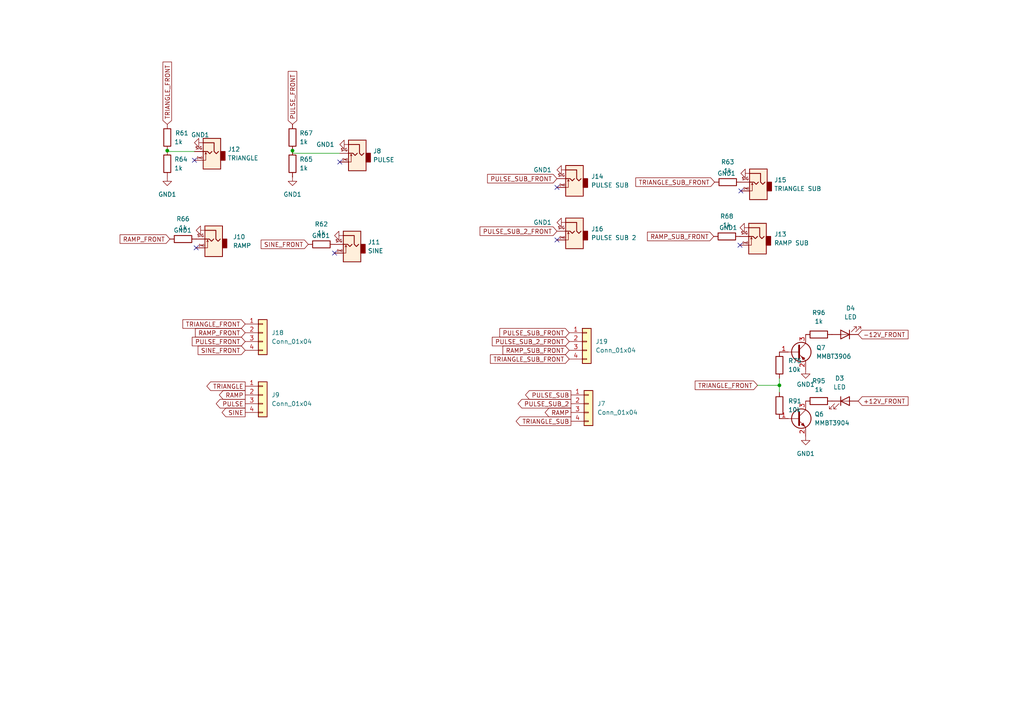
<source format=kicad_sch>
(kicad_sch (version 20250114) (generator "eeschema") (generator_version "9.0")
  (paper "A4")
  (lib_symbols
    (symbol "Connector_Generic:Conn_01x04" (pin_names (offset 1.016) (hide yes))
      (property "Reference" "J" (at 0 5.08 0))
      (property "Value" "Conn_01x04" (at 0 -7.62 0))
      (symbol "Conn_01x04_1_1"
        (rectangle (start -1.27 3.81) (end 1.27 -6.35) (stroke (width 0.254)) (fill (type background)))
        (rectangle (start -1.27 2.667) (end 0 2.413) (stroke (width 0.1524)))
        (rectangle (start -1.27 0.127) (end 0 -0.127) (stroke (width 0.1524)))
        (rectangle (start -1.27 -2.413) (end 0 -2.667) (stroke (width 0.1524)))
        (rectangle (start -1.27 -4.953) (end 0 -5.207) (stroke (width 0.1524)))
        (pin passive line (at -5.08 2.54 0) (length 3.81) (name "Pin_1") (number "1"))
        (pin passive line (at -5.08 0 0) (length 3.81) (name "Pin_2") (number "2"))
        (pin passive line (at -5.08 -2.54 0) (length 3.81) (name "Pin_3") (number "3"))
        (pin passive line (at -5.08 -5.08 0) (length 3.81) (name "Pin_4") (number "4"))
      )
    )
    (symbol "Device:LED" (pin_numbers (hide yes)) (pin_names (offset 1.016) (hide yes))
      (property "Reference" "D" (at 0 2.54 0))
      (property "Value" "LED" (at 0 -2.54 0))
      (symbol "LED_0_1"
        (polyline (pts (xy -3.048 -0.762) (xy -4.572 -2.286) (xy -3.81 -2.286) (xy -4.572 -2.286) (xy -4.572 -1.524)))
        (polyline (pts (xy -1.778 -0.762) (xy -3.302 -2.286) (xy -2.54 -2.286) (xy -3.302 -2.286) (xy -3.302 -1.524)))
        (polyline (pts (xy -1.27 0) (xy 1.27 0)))
        (polyline (pts (xy -1.27 -1.27) (xy -1.27 1.27)) (stroke (width 0.254)))
        (polyline (pts (xy 1.27 -1.27) (xy 1.27 1.27) (xy -1.27 0) (xy 1.27 -1.27)) (stroke (width 0.254)))
      )
      (symbol "LED_1_1"
        (pin passive line (at -3.81 0 0) (length 2.54) (name "K") (number "1"))
        (pin passive line (at 3.81 0 180) (length 2.54) (name "A") (number "2"))
      )
    )
    (symbol "Device:R" (pin_numbers (hide yes)) (pin_names (offset 0))
      (property "Reference" "R" (at 2.032 0 90))
      (property "Value" "R" (at 0 0 90))
      (symbol "R_0_1"
        (rectangle (start -1.016 -2.54) (end 1.016 2.54) (stroke (width 0.254)))
      )
      (symbol "R_1_1"
        (pin passive line (at 0 3.81 270) (length 1.27) (name "~") (number "1"))
        (pin passive line (at 0 -3.81 90) (length 1.27) (name "~") (number "2"))
      )
    )
    (symbol "EuroRackTools:Thonkiconn" (pin_numbers (hide yes)) (in_bom no)
      (property "Reference" "J" (at -1.524 3.048 0))
      (property "Value" "Thonkiconn" (at -0.254 -6.35 0))
      (symbol "Thonkiconn_0_0"
        (text "(no)" (at 3.302 1.778 0) (effects (font (size 0.5 0.5))))
        (text "SIG" (at 3.556 -1.016 0) (effects (font (size 0.8 0.8))))
      )
      (symbol "Thonkiconn_0_1"
        (rectangle (start -4.064 2.54) (end -2.794 0) (stroke (width 0.254)) (fill (type outline)))
        (polyline (pts (xy -0.254 0) (xy 0.381 0.635) (xy 1.016 0) (xy 2.286 0)) (stroke (width 0.254)))
        (polyline (pts (xy 1.524 0.254) (xy 1.778 0.762)))
        (polyline (pts (xy 2.286 2.54) (xy 1.524 2.54) (xy 1.524 0.254) (xy 1.27 0.762)))
        (polyline (pts (xy 2.286 -2.54) (xy -0.889 -2.54) (xy -0.889 0) (xy -1.524 0.635) (xy -2.159 0)) (stroke (width 0.254)))
      )
      (symbol "Thonkiconn_1_1"
        (rectangle (start -2.794 5.08) (end 2.286 -3.81) (stroke (width 0.254)) (fill (type color) (color 255 239 219 1)))
        (pin power_in line (at 2.286 -2.54 180) (length 2.54) (hide yes) (name "GND") (number "S"))
        (pin passive line (at 4.826 2.54 180) (length 2.54) (name "~") (number "TN"))
        (pin passive line (at 4.826 0 180) (length 2.54) (name "~") (number "T"))
      )
    )
    (symbol "Transistor_BJT:MMBT3904" (pin_names (offset 0) (hide yes))
      (property "Reference" "Q" (at 5.08 1.905 0))
      (property "Value" "MMBT3904" (at 5.08 0 0))
      (symbol "MMBT3904_0_1"
        (polyline (pts (xy -2.54 0) (xy 0.635 0)))
        (polyline (pts (xy 0.635 1.905) (xy 0.635 -1.905)) (stroke (width 0.508)))
        (circle (center 1.27 0) (radius 2.8194) (stroke (width 0.254)))
      )
      (symbol "MMBT3904_1_1"
        (polyline (pts (xy 0.635 0.635) (xy 2.54 2.54)))
        (polyline (pts (xy 0.635 -0.635) (xy 2.54 -2.54)))
        (polyline (pts (xy 1.27 -1.778) (xy 1.778 -1.27) (xy 2.286 -2.286) (xy 1.27 -1.778)) (fill (type outline)))
        (pin input line (at -5.08 0 0) (length 2.54) (name "B") (number "1"))
        (pin passive line (at 2.54 5.08 270) (length 2.54) (name "C") (number "3"))
        (pin passive line (at 2.54 -5.08 90) (length 2.54) (name "E") (number "2"))
      )
    )
    (symbol "Transistor_BJT:MMBT3906" (pin_names (offset 0) (hide yes))
      (property "Reference" "Q" (at 5.08 1.905 0))
      (property "Value" "MMBT3906" (at 5.08 0 0))
      (symbol "MMBT3906_0_1"
        (polyline (pts (xy -2.54 0) (xy 0.635 0)))
        (polyline (pts (xy 0.635 1.905) (xy 0.635 -1.905)) (stroke (width 0.508)))
        (polyline (pts (xy 0.635 0.635) (xy 2.54 2.54)))
        (polyline (pts (xy 0.635 -0.635) (xy 2.54 -2.54)))
        (circle (center 1.27 0) (radius 2.8194) (stroke (width 0.254)))
        (polyline (pts (xy 2.286 -1.778) (xy 1.778 -2.286) (xy 1.27 -1.27) (xy 2.286 -1.778)) (fill (type outline)))
      )
      (symbol "MMBT3906_1_1"
        (pin input line (at -5.08 0 0) (length 2.54) (name "B") (number "1"))
        (pin passive line (at 2.54 5.08 270) (length 2.54) (name "C") (number "3"))
        (pin passive line (at 2.54 -5.08 90) (length 2.54) (name "E") (number "2"))
      )
    )
    (symbol "power:GND1" (power) (pin_numbers (hide yes)) (pin_names (offset 0) (hide yes))
      (property "Value" "GND1" (at 0 -3.81 0))
      (symbol "GND1_0_1"
        (polyline (pts (xy 0 0) (xy 0 -1.27) (xy 1.27 -1.27) (xy 0 -2.54) (xy -1.27 -1.27) (xy 0 -1.27)))
      )
      (symbol "GND1_1_1"
        (pin power_in line (at 0 0 270) (length 0) (name "~") (number "1"))
      )
    )
  )
  (junction (at 226.06 111.76))
  (junction (at 84.836 43.688))
  (junction (at 48.514 43.688))
  (no_connect (at 214.884 55.372))
  (no_connect (at 98.552 46.99))
  (no_connect (at 161.544 54.356))
  (no_connect (at 56.388 46.482))
  (no_connect (at 214.63 71.12))
  (no_connect (at 161.544 69.596))
  (no_connect (at 56.896 71.882))
  (no_connect (at 97.028 73.406))
  (wire (pts (xy 226.06 109.728) (xy 226.06 111.76)))
  (wire (pts (xy 98.552 44.45) (xy 84.836 44.45)))
  (wire (pts (xy 56.388 43.942) (xy 48.514 43.942)))
  (wire (pts (xy 226.06 111.76) (xy 226.06 113.792)))
  (wire (pts (xy 48.514 43.942) (xy 48.514 43.688)))
  (wire (pts (xy 219.71 111.76) (xy 226.06 111.76)))
  (wire (pts (xy 84.836 43.688) (xy 84.836 44.45)))
  (global_label "SINE" (shape output) (at 71.12 119.634 180) (property "Intersheetrefs" "${INTERSHEET_REFS}" (effects (hide yes))))
  (global_label "PULSE_SUB_2_FRONT" (shape input) (at 161.544 67.056 180) (property "Intersheetrefs" "${INTERSHEET_REFS}" (effects (hide yes))))
  (global_label "PULSE" (shape output) (at 71.12 117.094 180) (property "Intersheetrefs" "${INTERSHEET_REFS}" (effects (hide yes))))
  (global_label "TRIANGLE_SUB" (shape output) (at 165.608 122.174 180) (property "Intersheetrefs" "${INTERSHEET_REFS}" (effects (hide yes))))
  (global_label "PULSE_SUB" (shape output) (at 165.608 114.554 180) (property "Intersheetrefs" "${INTERSHEET_REFS}" (effects (hide yes))))
  (global_label "TRIANGLE_SUB_FRONT" (shape input) (at 207.264 52.832 180) (property "Intersheetrefs" "${INTERSHEET_REFS}" (effects (hide yes))))
  (global_label "TRIANGLE_FRONT" (shape input) (at 48.514 36.068 90) (property "Intersheetrefs" "${INTERSHEET_REFS}" (effects (hide yes))))
  (global_label "RAMP_SUB_FRONT" (shape input) (at 207.01 68.58 180) (property "Intersheetrefs" "${INTERSHEET_REFS}" (effects (hide yes))))
  (global_label "TRIANGLE_FRONT" (shape input) (at 219.71 111.76 180) (property "Intersheetrefs" "${INTERSHEET_REFS}" (effects (hide yes))))
  (global_label "PULSE_SUB_FRONT" (shape input) (at 161.544 51.816 180) (property "Intersheetrefs" "${INTERSHEET_REFS}" (effects (hide yes))))
  (global_label "-12V_FRONT" (shape input) (at 248.92 97.028 0) (property "Intersheetrefs" "${INTERSHEET_REFS}" (effects (hide yes))))
  (global_label "TRIANGLE" (shape output) (at 71.12 112.014 180) (property "Intersheetrefs" "${INTERSHEET_REFS}" (effects (hide yes))))
  (global_label "PULSE_SUB_2_FRONT" (shape input) (at 165.1 99.06 180) (property "Intersheetrefs" "${INTERSHEET_REFS}" (effects (hide yes))))
  (global_label "RAMP_FRONT" (shape input) (at 49.276 69.342 180) (property "Intersheetrefs" "${INTERSHEET_REFS}" (effects (hide yes))))
  (global_label "RAMP_SUB_FRONT" (shape input) (at 165.1 101.6 180) (property "Intersheetrefs" "${INTERSHEET_REFS}" (effects (hide yes))))
  (global_label "SINE_FRONT" (shape input) (at 89.408 70.866 180) (property "Intersheetrefs" "${INTERSHEET_REFS}" (effects (hide yes))))
  (global_label "RAMP" (shape output) (at 71.12 114.554 180) (property "Intersheetrefs" "${INTERSHEET_REFS}" (effects (hide yes))))
  (global_label "PULSE_FRONT" (shape input) (at 84.836 36.068 90) (property "Intersheetrefs" "${INTERSHEET_REFS}" (effects (hide yes))))
  (global_label "SINE_FRONT" (shape input) (at 71.12 101.6 180) (property "Intersheetrefs" "${INTERSHEET_REFS}" (effects (hide yes))))
  (global_label "TRIANGLE_SUB_FRONT" (shape input) (at 165.1 104.14 180) (property "Intersheetrefs" "${INTERSHEET_REFS}" (effects (hide yes))))
  (global_label "PULSE_FRONT" (shape input) (at 71.12 99.06 180) (property "Intersheetrefs" "${INTERSHEET_REFS}" (effects (hide yes))))
  (global_label "TRIANGLE_FRONT" (shape input) (at 71.12 93.98 180) (property "Intersheetrefs" "${INTERSHEET_REFS}" (effects (hide yes))))
  (global_label "RAMP_FRONT" (shape input) (at 71.12 96.52 180) (property "Intersheetrefs" "${INTERSHEET_REFS}" (effects (hide yes))))
  (global_label "PULSE_SUB_FRONT" (shape input) (at 165.1 96.52 180) (property "Intersheetrefs" "${INTERSHEET_REFS}" (effects (hide yes))))
  (global_label "+12V_FRONT" (shape input) (at 248.92 116.332 0) (property "Intersheetrefs" "${INTERSHEET_REFS}" (effects (hide yes))))
  (global_label "PULSE_SUB_2" (shape output) (at 165.608 117.094 180) (property "Intersheetrefs" "${INTERSHEET_REFS}" (effects (hide yes))))
  (global_label "RAMP" (shape output) (at 165.608 119.634 180) (property "Intersheetrefs" "${INTERSHEET_REFS}" (effects (hide yes))))
  (symbol (lib_id "Device:R") (at 211.074 52.832 90) (unit 1)
    (property "Reference" "R63" (at 211.074 46.99 90))
    (property "Value" "1k" (at 211.074 49.53 90))
    (property "Footprint" "Resistor_SMD:R_0603_1608Metric_Pad0.98x0.95mm_HandSolder" (effects (hide yes)))
    (property "Description" "Resistor" (effects (hide yes)))
  )
  (symbol (lib_id "power:GND1") (at 58.928 41.402 270) (unit 1)
    (property "Reference" "#PWR014" (effects (hide yes)))
    (property "Value" "GND1" (at 60.706 39.116 90) (effects (justify right)))
    (property "Description" "Power symbol creates a global label with name \"GND1\" , ground" (effects (hide yes)))
  )
  (symbol (lib_id "power:GND1") (at 233.68 126.492 0) (unit 1)
    (property "Reference" "#PWR097" (effects (hide yes)))
    (property "Value" "GND1" (at 233.68 131.572 0))
    (property "Description" "Power symbol creates a global label with name \"GND1\" , ground" (effects (hide yes)))
  )
  (symbol (lib_id "power:GND1") (at 99.568 68.326 270) (unit 1)
    (property "Reference" "#PWR024" (effects (hide yes)))
    (property "Value" "GND1" (at 95.758 68.3259 90) (effects (justify right)))
    (property "Description" "Power symbol creates a global label with name \"GND1\" , ground" (effects (hide yes)))
  )
  (symbol (lib_id "EuroRackTools:Thonkiconn") (at 219.456 68.58 180) (unit 1) (in_bom no)
    (property "Reference" "J13" (at 224.536 67.9449 0) (effects (justify right)))
    (property "Value" "RAMP SUB" (at 224.536 70.4849 0) (effects (justify right)))
    (property "Footprint" "Eurorack:Jack_3.5mm_QingPu_WQP-PJ398SM_Vertical_CircularHoles" (effects (hide yes)))
    (property "Description" "Audio Jack, 2 Poles (Mono / TS), Switched T Pole (Normalling)" (effects (hide yes)))
  )
  (symbol (lib_id "EuroRackTools:Thonkiconn") (at 219.71 52.832 180) (unit 1) (in_bom no)
    (property "Reference" "J15" (at 224.536 52.1969 0) (effects (justify right)))
    (property "Value" "TRIANGLE SUB" (at 224.536 54.7369 0) (effects (justify right)))
    (property "Footprint" "Eurorack:Jack_3.5mm_QingPu_WQP-PJ398SM_Vertical_CircularHoles" (effects (hide yes)))
    (property "Description" "Audio Jack, 2 Poles (Mono / TS), Switched T Pole (Normalling)" (effects (hide yes)))
  )
  (symbol (lib_id "Transistor_BJT:MMBT3906") (at 231.14 102.108 0) (unit 1)
    (property "Reference" "Q7" (at 236.728 100.8379 0) (effects (justify left)))
    (property "Value" "MMBT3906" (at 236.728 103.3779 0) (effects (justify left)))
    (property "Footprint" "Package_TO_SOT_SMD:SOT-23" (effects (hide yes)))
    (property "Datasheet" "https://www.onsemi.com/pdf/datasheet/pzt3906-d.pdf" (effects (hide yes)))
    (property "Description" "-0.2A Ic, -40V Vce, Small Signal PNP Transistor, SOT-23" (effects (hide yes)))
  )
  (symbol (lib_id "Device:R") (at 93.218 70.866 90) (unit 1)
    (property "Reference" "R62" (at 93.218 65.024 90))
    (property "Value" "1k" (at 93.218 67.564 90))
    (property "Footprint" "Resistor_SMD:R_0603_1608Metric_Pad0.98x0.95mm_HandSolder" (effects (hide yes)))
    (property "Description" "Resistor" (effects (hide yes)))
  )
  (symbol (lib_id "power:GND1") (at 59.436 66.802 270) (unit 1)
    (property "Reference" "#PWR023" (effects (hide yes)))
    (property "Value" "GND1" (at 55.626 66.8019 90) (effects (justify right)))
    (property "Description" "Power symbol creates a global label with name \"GND1\" , ground" (effects (hide yes)))
  )
  (symbol (lib_id "Connector_Generic:Conn_01x04") (at 76.2 96.52 0) (unit 1)
    (property "Reference" "J18" (at 78.74 96.5199 0) (effects (justify left)))
    (property "Value" "Conn_01x04" (at 78.74 99.0599 0) (effects (justify left)))
    (property "Footprint" "Connector_PinHeader_2.54mm:PinHeader_1x04_P2.54mm_Vertical" (effects (hide yes)))
    (property "Description" "Generic connector, single row, 01x04, script generated (kicad-library-utils/schlib/autogen/connector/)" (effects (hide yes)))
  )
  (symbol (lib_id "power:GND1") (at 84.836 51.308 0) (unit 1)
    (property "Reference" "#PWR021" (effects (hide yes)))
    (property "Value" "GND1" (at 84.836 56.388 0))
    (property "Description" "Power symbol creates a global label with name \"GND1\" , ground" (effects (hide yes)))
  )
  (symbol (lib_id "Device:R") (at 210.82 68.58 90) (unit 1)
    (property "Reference" "R68" (at 210.82 62.738 90))
    (property "Value" "1k" (at 210.82 65.278 90))
    (property "Footprint" "Resistor_SMD:R_0603_1608Metric_Pad0.98x0.95mm_HandSolder" (effects (hide yes)))
    (property "Description" "Resistor" (effects (hide yes)))
  )
  (symbol (lib_id "EuroRackTools:Thonkiconn") (at 61.214 43.942 180) (unit 1) (in_bom no)
    (property "Reference" "J12" (at 66.04 43.3069 0) (effects (justify right)))
    (property "Value" "TRIANGLE" (at 66.04 45.8469 0) (effects (justify right)))
    (property "Footprint" "Eurorack:Jack_3.5mm_QingPu_WQP-PJ398SM_Vertical_CircularHoles" (effects (hide yes)))
    (property "Description" "Audio Jack, 2 Poles (Mono / TS), Switched T Pole (Normalling)" (effects (hide yes)))
  )
  (symbol (lib_id "Device:R") (at 48.514 39.878 180) (unit 1)
    (property "Reference" "R61" (at 50.8 38.608 0) (effects (justify right)))
    (property "Value" "1k" (at 50.546 41.1479 0) (effects (justify right)))
    (property "Footprint" "Resistor_SMD:R_0603_1608Metric_Pad0.98x0.95mm_HandSolder" (effects (hide yes)))
    (property "Description" "Resistor" (effects (hide yes)))
  )
  (symbol (lib_id "EuroRackTools:Thonkiconn") (at 103.378 44.45 180) (unit 1) (in_bom no)
    (property "Reference" "J8" (at 108.204 43.8149 0) (effects (justify right)))
    (property "Value" "PULSE" (at 108.204 46.3549 0) (effects (justify right)))
    (property "Footprint" "Eurorack:Jack_3.5mm_QingPu_WQP-PJ398SM_Vertical_CircularHoles" (effects (hide yes)))
    (property "Description" "Audio Jack, 2 Poles (Mono / TS), Switched T Pole (Normalling)" (effects (hide yes)))
  )
  (symbol (lib_id "Device:R") (at 48.514 47.498 180) (unit 1)
    (property "Reference" "R64" (at 50.546 46.2279 0) (effects (justify right)))
    (property "Value" "1k" (at 50.546 48.7679 0) (effects (justify right)))
    (property "Footprint" "Resistor_SMD:R_0603_1608Metric_Pad0.98x0.95mm_HandSolder" (effects (hide yes)))
    (property "Description" "Resistor" (effects (hide yes)))
  )
  (symbol (lib_id "power:GND1") (at 233.68 107.188 0) (unit 1)
    (property "Reference" "#PWR096" (effects (hide yes)))
    (property "Value" "GND1" (at 233.68 111.506 0))
    (property "Description" "Power symbol creates a global label with name \"GND1\" , ground" (effects (hide yes)))
  )
  (symbol (lib_id "Device:LED") (at 245.11 116.332 0) (unit 1)
    (property "Reference" "D3" (at 243.5225 109.728 0))
    (property "Value" "LED" (at 243.5225 112.268 0))
    (property "Footprint" "Eurorack:LED_D3.0mm" (effects (hide yes)))
    (property "Description" "Light emitting diode" (effects (hide yes)))
    (property "Sim.Pins" "1=K 2=A" (effects (hide yes)))
  )
  (symbol (lib_id "Transistor_BJT:MMBT3904") (at 231.14 121.412 0) (unit 1)
    (property "Reference" "Q6" (at 236.22 120.1419 0) (effects (justify left)))
    (property "Value" "MMBT3904" (at 236.22 122.6819 0) (effects (justify left)))
    (property "Footprint" "Package_TO_SOT_SMD:SOT-23" (effects (hide yes)))
    (property "Datasheet" "https://www.onsemi.com/pdf/datasheet/pzt3904-d.pdf" (effects (hide yes)))
    (property "Description" "0.2A Ic, 40V Vce, Small Signal NPN Transistor, SOT-23" (effects (hide yes)))
  )
  (symbol (lib_id "Device:R") (at 226.06 117.602 180) (unit 1)
    (property "Reference" "R91" (at 228.6 116.3319 0) (effects (justify right)))
    (property "Value" "10k" (at 228.6 118.8719 0) (effects (justify right)))
    (property "Footprint" "Resistor_SMD:R_0603_1608Metric_Pad0.98x0.95mm_HandSolder" (effects (hide yes)))
    (property "Description" "Resistor" (effects (hide yes)))
  )
  (symbol (lib_id "EuroRackTools:Thonkiconn") (at 101.854 70.866 180) (unit 1) (in_bom no)
    (property "Reference" "J11" (at 106.68 70.2309 0) (effects (justify right)))
    (property "Value" "SINE" (at 106.68 72.7709 0) (effects (justify right)))
    (property "Footprint" "Eurorack:Jack_3.5mm_QingPu_WQP-PJ398SM_Vertical_CircularHoles" (effects (hide yes)))
    (property "Description" "Audio Jack, 2 Poles (Mono / TS), Switched T Pole (Normalling)" (effects (hide yes)))
  )
  (symbol (lib_id "Device:R") (at 237.49 97.028 270) (unit 1)
    (property "Reference" "R96" (at 237.49 90.678 90))
    (property "Value" "1k" (at 237.49 93.218 90))
    (property "Footprint" "Resistor_SMD:R_0603_1608Metric_Pad0.98x0.95mm_HandSolder" (effects (hide yes)))
    (property "Description" "Resistor" (effects (hide yes)))
  )
  (symbol (lib_id "power:GND1") (at 164.084 64.516 270) (unit 1)
    (property "Reference" "#PWR026" (effects (hide yes)))
    (property "Value" "GND1" (at 160.02 64.5159 90) (effects (justify right)))
    (property "Description" "Power symbol creates a global label with name \"GND1\" , ground" (effects (hide yes)))
  )
  (symbol (lib_id "EuroRackTools:Thonkiconn") (at 61.722 69.342 180) (unit 1) (in_bom no)
    (property "Reference" "J10" (at 67.564 68.7069 0) (effects (justify right)))
    (property "Value" "RAMP" (at 67.564 71.2469 0) (effects (justify right)))
    (property "Footprint" "Eurorack:Jack_3.5mm_QingPu_WQP-PJ398SM_Vertical_CircularHoles" (effects (hide yes)))
    (property "Description" "Audio Jack, 2 Poles (Mono / TS), Switched T Pole (Normalling)" (effects (hide yes)))
  )
  (symbol (lib_id "Connector_Generic:Conn_01x04") (at 170.688 117.094 0) (unit 1)
    (property "Reference" "J7" (at 173.228 117.0939 0) (effects (justify left)))
    (property "Value" "Conn_01x04" (at 173.228 119.6339 0) (effects (justify left)))
    (property "Footprint" "Connector_PinSocket_2.54mm:PinSocket_1x04_P2.54mm_Vertical" (effects (hide yes)))
    (property "Description" "Generic connector, single row, 01x04, script generated (kicad-library-utils/schlib/autogen/connector/)" (effects (hide yes)))
  )
  (symbol (lib_id "power:GND1") (at 217.17 66.04 270) (unit 1)
    (property "Reference" "#PWR027" (effects (hide yes)))
    (property "Value" "GND1" (at 213.868 66.0399 90) (effects (justify right)))
    (property "Description" "Power symbol creates a global label with name \"GND1\" , ground" (effects (hide yes)))
  )
  (symbol (lib_id "power:GND1") (at 164.084 49.276 270) (unit 1)
    (property "Reference" "#PWR025" (effects (hide yes)))
    (property "Value" "GND1" (at 160.02 49.2759 90) (effects (justify right)))
    (property "Description" "Power symbol creates a global label with name \"GND1\" , ground" (effects (hide yes)))
  )
  (symbol (lib_id "Connector_Generic:Conn_01x04") (at 76.2 114.554 0) (unit 1)
    (property "Reference" "J9" (at 78.74 114.5539 0) (effects (justify left)))
    (property "Value" "Conn_01x04" (at 78.74 117.0939 0) (effects (justify left)))
    (property "Footprint" "Connector_PinSocket_2.54mm:PinSocket_1x04_P2.54mm_Vertical" (effects (hide yes)))
    (property "Description" "Generic connector, single row, 01x04, script generated (kicad-library-utils/schlib/autogen/connector/)" (effects (hide yes)))
  )
  (symbol (lib_id "Device:LED") (at 245.11 97.028 180) (unit 1)
    (property "Reference" "D4" (at 246.6975 89.408 0))
    (property "Value" "LED" (at 246.6975 91.948 0))
    (property "Footprint" "Eurorack:LED_D3.0mm" (effects (hide yes)))
    (property "Description" "Light emitting diode" (effects (hide yes)))
    (property "Sim.Pins" "1=K 2=A" (effects (hide yes)))
  )
  (symbol (lib_id "Connector_Generic:Conn_01x04") (at 170.18 99.06 0) (unit 1)
    (property "Reference" "J19" (at 172.72 99.0599 0) (effects (justify left)))
    (property "Value" "Conn_01x04" (at 172.72 101.5999 0) (effects (justify left)))
    (property "Footprint" "Connector_PinHeader_2.54mm:PinHeader_1x04_P2.54mm_Vertical" (effects (hide yes)))
    (property "Description" "Generic connector, single row, 01x04, script generated (kicad-library-utils/schlib/autogen/connector/)" (effects (hide yes)))
  )
  (symbol (lib_id "power:GND1") (at 48.514 51.308 0) (unit 1)
    (property "Reference" "#PWR09" (effects (hide yes)))
    (property "Value" "GND1" (at 48.514 56.388 0))
    (property "Description" "Power symbol creates a global label with name \"GND1\" , ground" (effects (hide yes)))
  )
  (symbol (lib_id "Device:R") (at 84.836 47.498 180) (unit 1)
    (property "Reference" "R65" (at 86.868 46.2279 0) (effects (justify right)))
    (property "Value" "1k" (at 86.868 48.7679 0) (effects (justify right)))
    (property "Footprint" "Resistor_SMD:R_0603_1608Metric_Pad0.98x0.95mm_HandSolder" (effects (hide yes)))
    (property "Description" "Resistor" (effects (hide yes)))
  )
  (symbol (lib_id "Device:R") (at 84.836 39.878 180) (unit 1)
    (property "Reference" "R67" (at 86.868 38.6079 0) (effects (justify right)))
    (property "Value" "1k" (at 86.868 41.1479 0) (effects (justify right)))
    (property "Footprint" "Resistor_SMD:R_0603_1608Metric_Pad0.98x0.95mm_HandSolder" (effects (hide yes)))
    (property "Description" "Resistor" (effects (hide yes)))
  )
  (symbol (lib_id "power:GND1") (at 217.424 50.292 270) (unit 1)
    (property "Reference" "#PWR028" (effects (hide yes)))
    (property "Value" "GND1" (at 213.36 50.2919 90) (effects (justify right)))
    (property "Description" "Power symbol creates a global label with name \"GND1\" , ground" (effects (hide yes)))
  )
  (symbol (lib_id "power:GND1") (at 101.092 41.91 270) (unit 1)
    (property "Reference" "#PWR022" (effects (hide yes)))
    (property "Value" "GND1" (at 97.028 41.9099 90) (effects (justify right)))
    (property "Description" "Power symbol creates a global label with name \"GND1\" , ground" (effects (hide yes)))
  )
  (symbol (lib_id "Device:R") (at 226.06 105.918 180) (unit 1)
    (property "Reference" "R75" (at 228.6 104.6479 0) (effects (justify right)))
    (property "Value" "10k" (at 228.6 107.1879 0) (effects (justify right)))
    (property "Footprint" "Resistor_SMD:R_0603_1608Metric_Pad0.98x0.95mm_HandSolder" (effects (hide yes)))
    (property "Description" "Resistor" (effects (hide yes)))
  )
  (symbol (lib_id "EuroRackTools:Thonkiconn") (at 166.37 67.056 180) (unit 1) (in_bom no)
    (property "Reference" "J16" (at 171.45 66.4209 0) (effects (justify right)))
    (property "Value" "PULSE SUB 2" (at 171.45 68.9609 0) (effects (justify right)))
    (property "Footprint" "Eurorack:Jack_3.5mm_QingPu_WQP-PJ398SM_Vertical_CircularHoles" (effects (hide yes)))
    (property "Description" "Audio Jack, 2 Poles (Mono / TS), Switched T Pole (Normalling)" (effects (hide yes)))
  )
  (symbol (lib_id "Device:R") (at 53.086 69.342 90) (unit 1)
    (property "Reference" "R66" (at 53.086 63.5 90))
    (property "Value" "1k" (at 53.086 66.04 90))
    (property "Footprint" "Resistor_SMD:R_0603_1608Metric_Pad0.98x0.95mm_HandSolder" (effects (hide yes)))
    (property "Description" "Resistor" (effects (hide yes)))
  )
  (symbol (lib_id "Device:R") (at 237.49 116.332 270) (unit 1)
    (property "Reference" "R95" (at 237.49 110.49 90))
    (property "Value" "1k" (at 237.49 113.03 90))
    (property "Footprint" "Resistor_SMD:R_0603_1608Metric_Pad0.98x0.95mm_HandSolder" (effects (hide yes)))
    (property "Description" "Resistor" (effects (hide yes)))
  )
  (symbol (lib_id "EuroRackTools:Thonkiconn") (at 166.37 51.816 180) (unit 1) (in_bom no)
    (property "Reference" "J14" (at 171.45 51.1809 0) (effects (justify right)))
    (property "Value" "PULSE SUB" (at 171.45 53.7209 0) (effects (justify right)))
    (property "Footprint" "Eurorack:Jack_3.5mm_QingPu_WQP-PJ398SM_Vertical_CircularHoles" (effects (hide yes)))
    (property "Description" "Audio Jack, 2 Poles (Mono / TS), Switched T Pole (Normalling)" (effects (hide yes)))
  )
)
</source>
